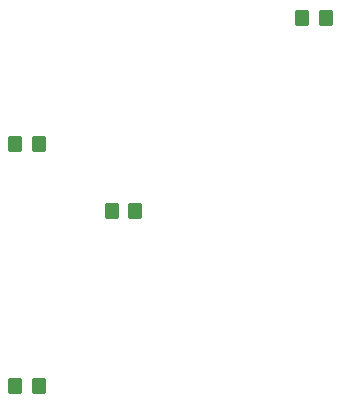
<source format=gbr>
%TF.GenerationSoftware,KiCad,Pcbnew,9.0.3*%
%TF.CreationDate,2025-10-24T12:45:13+02:00*%
%TF.ProjectId,sdiskII_stm32,73646973-6b49-4495-9f73-746d33322e6b,7*%
%TF.SameCoordinates,Original*%
%TF.FileFunction,Paste,Bot*%
%TF.FilePolarity,Positive*%
%FSLAX46Y46*%
G04 Gerber Fmt 4.6, Leading zero omitted, Abs format (unit mm)*
G04 Created by KiCad (PCBNEW 9.0.3) date 2025-10-24 12:45:13*
%MOMM*%
%LPD*%
G01*
G04 APERTURE LIST*
G04 Aperture macros list*
%AMRoundRect*
0 Rectangle with rounded corners*
0 $1 Rounding radius*
0 $2 $3 $4 $5 $6 $7 $8 $9 X,Y pos of 4 corners*
0 Add a 4 corners polygon primitive as box body*
4,1,4,$2,$3,$4,$5,$6,$7,$8,$9,$2,$3,0*
0 Add four circle primitives for the rounded corners*
1,1,$1+$1,$2,$3*
1,1,$1+$1,$4,$5*
1,1,$1+$1,$6,$7*
1,1,$1+$1,$8,$9*
0 Add four rect primitives between the rounded corners*
20,1,$1+$1,$2,$3,$4,$5,0*
20,1,$1+$1,$4,$5,$6,$7,0*
20,1,$1+$1,$6,$7,$8,$9,0*
20,1,$1+$1,$8,$9,$2,$3,0*%
G04 Aperture macros list end*
%ADD10RoundRect,0.250000X0.350000X0.450000X-0.350000X0.450000X-0.350000X-0.450000X0.350000X-0.450000X0*%
G04 APERTURE END LIST*
D10*
%TO.C,R5*%
X167000000Y-111690000D03*
X165000000Y-111690000D03*
%TD*%
%TO.C,R3*%
X158850000Y-126550000D03*
X156850000Y-126550000D03*
%TD*%
%TO.C,R1*%
X183160000Y-95360000D03*
X181160000Y-95360000D03*
%TD*%
%TO.C,R2*%
X158840000Y-106070000D03*
X156840000Y-106070000D03*
%TD*%
M02*

</source>
